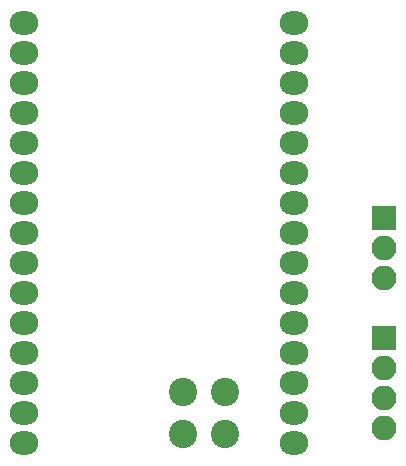
<source format=gbs>
G04 #@! TF.FileFunction,Soldermask,Bot*
%FSLAX46Y46*%
G04 Gerber Fmt 4.6, Leading zero omitted, Abs format (unit mm)*
G04 Created by KiCad (PCBNEW 4.0.5) date 04/16/17 14:29:44*
%MOMM*%
%LPD*%
G01*
G04 APERTURE LIST*
%ADD10C,0.100000*%
%ADD11R,2.100000X2.100000*%
%ADD12O,2.100000X2.100000*%
%ADD13O,2.400000X2.000000*%
%ADD14C,2.400000*%
G04 APERTURE END LIST*
D10*
D11*
X57150000Y-41910000D03*
D12*
X57150000Y-44450000D03*
X57150000Y-46990000D03*
D13*
X49530000Y-60960000D03*
X26670000Y-60960000D03*
X49530000Y-58420000D03*
X26670000Y-58420000D03*
X49530000Y-55880000D03*
X26670000Y-55880000D03*
X49530000Y-53340000D03*
X26670000Y-53340000D03*
X49530000Y-50800000D03*
X26670000Y-50800000D03*
X49530000Y-48260000D03*
X26670000Y-48260000D03*
X49530000Y-45720000D03*
X26670000Y-45720000D03*
X49530000Y-43180000D03*
X26670000Y-43180000D03*
X49530000Y-40640000D03*
X26670000Y-40640000D03*
X49530000Y-38100000D03*
X26670000Y-38100000D03*
X49530000Y-35560000D03*
X26670000Y-35560000D03*
X49530000Y-33020000D03*
X26670000Y-33020000D03*
X49530000Y-30480000D03*
X26670000Y-30480000D03*
X49530000Y-27940000D03*
X26670000Y-27940000D03*
X49530000Y-25400000D03*
X26670000Y-25400000D03*
D14*
X43706048Y-56623949D03*
X43706048Y-60216051D03*
X40113946Y-60216051D03*
X40113946Y-56623949D03*
D11*
X57150000Y-52070000D03*
D12*
X57150000Y-54610000D03*
X57150000Y-57150000D03*
X57150000Y-59690000D03*
M02*

</source>
